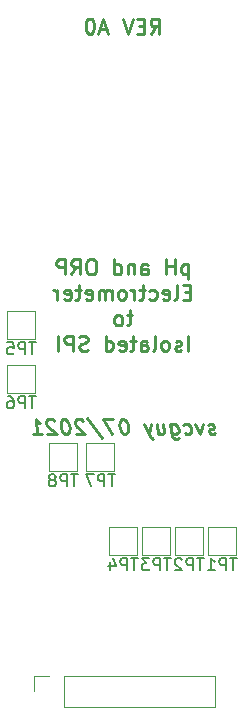
<source format=gbr>
%TF.GenerationSoftware,KiCad,Pcbnew,(5.1.10)-1*%
%TF.CreationDate,2021-07-01T21:18:45-05:00*%
%TF.ProjectId,orpMeter,6f72704d-6574-4657-922e-6b696361645f,A0*%
%TF.SameCoordinates,Original*%
%TF.FileFunction,Legend,Bot*%
%TF.FilePolarity,Positive*%
%FSLAX46Y46*%
G04 Gerber Fmt 4.6, Leading zero omitted, Abs format (unit mm)*
G04 Created by KiCad (PCBNEW (5.1.10)-1) date 2021-07-01 21:18:45*
%MOMM*%
%LPD*%
G01*
G04 APERTURE LIST*
%ADD10C,0.254000*%
%ADD11C,0.120000*%
%ADD12C,0.150000*%
G04 APERTURE END LIST*
D10*
X143836571Y-89093523D02*
X144259904Y-88488761D01*
X144562285Y-89093523D02*
X144562285Y-87823523D01*
X144078476Y-87823523D01*
X143957523Y-87884000D01*
X143897047Y-87944476D01*
X143836571Y-88065428D01*
X143836571Y-88246857D01*
X143897047Y-88367809D01*
X143957523Y-88428285D01*
X144078476Y-88488761D01*
X144562285Y-88488761D01*
X143292285Y-88428285D02*
X142868952Y-88428285D01*
X142687523Y-89093523D02*
X143292285Y-89093523D01*
X143292285Y-87823523D01*
X142687523Y-87823523D01*
X142324666Y-87823523D02*
X141901333Y-89093523D01*
X141478000Y-87823523D01*
X140147523Y-88730666D02*
X139542761Y-88730666D01*
X140268476Y-89093523D02*
X139845142Y-87823523D01*
X139421809Y-89093523D01*
X138756571Y-87823523D02*
X138635619Y-87823523D01*
X138514666Y-87884000D01*
X138454190Y-87944476D01*
X138393714Y-88065428D01*
X138333238Y-88307333D01*
X138333238Y-88609714D01*
X138393714Y-88851619D01*
X138454190Y-88972571D01*
X138514666Y-89033047D01*
X138635619Y-89093523D01*
X138756571Y-89093523D01*
X138877523Y-89033047D01*
X138938000Y-88972571D01*
X138998476Y-88851619D01*
X139058952Y-88609714D01*
X139058952Y-88307333D01*
X138998476Y-88065428D01*
X138938000Y-87944476D01*
X138877523Y-87884000D01*
X138756571Y-87823523D01*
X149313295Y-122942047D02*
X149199902Y-123002523D01*
X148957997Y-123002523D01*
X148829485Y-122942047D01*
X148753890Y-122821095D01*
X148746330Y-122760619D01*
X148791688Y-122639666D01*
X148905080Y-122579190D01*
X149086509Y-122579190D01*
X149199902Y-122518714D01*
X149245259Y-122397761D01*
X149237700Y-122337285D01*
X149162104Y-122216333D01*
X149033592Y-122155857D01*
X148852164Y-122155857D01*
X148738771Y-122216333D01*
X148247402Y-122155857D02*
X148050854Y-123002523D01*
X147642640Y-122155857D01*
X146712819Y-122942047D02*
X146841330Y-123002523D01*
X147083235Y-123002523D01*
X147196628Y-122942047D01*
X147249545Y-122881571D01*
X147294902Y-122760619D01*
X147249545Y-122397761D01*
X147173950Y-122276809D01*
X147105914Y-122216333D01*
X146977402Y-122155857D01*
X146735497Y-122155857D01*
X146622104Y-122216333D01*
X145525973Y-122155857D02*
X145654485Y-123183952D01*
X145730080Y-123304904D01*
X145798116Y-123365380D01*
X145926628Y-123425857D01*
X146108057Y-123425857D01*
X146221450Y-123365380D01*
X145624247Y-122942047D02*
X145752759Y-123002523D01*
X145994664Y-123002523D01*
X146108057Y-122942047D01*
X146160973Y-122881571D01*
X146206330Y-122760619D01*
X146160973Y-122397761D01*
X146085378Y-122276809D01*
X146017342Y-122216333D01*
X145888830Y-122155857D01*
X145646926Y-122155857D01*
X145533533Y-122216333D01*
X144376926Y-122155857D02*
X144482759Y-123002523D01*
X144921211Y-122155857D02*
X145004366Y-122821095D01*
X144959009Y-122942047D01*
X144845616Y-123002523D01*
X144664188Y-123002523D01*
X144535676Y-122942047D01*
X144467640Y-122881571D01*
X143893116Y-122155857D02*
X143696569Y-123002523D01*
X143288354Y-122155857D02*
X143696569Y-123002523D01*
X143855319Y-123304904D01*
X143923354Y-123365380D01*
X144051866Y-123425857D01*
X141542104Y-121732523D02*
X141421152Y-121732523D01*
X141307759Y-121793000D01*
X141254842Y-121853476D01*
X141209485Y-121974428D01*
X141179247Y-122216333D01*
X141217045Y-122518714D01*
X141307759Y-122760619D01*
X141383354Y-122881571D01*
X141451390Y-122942047D01*
X141579902Y-123002523D01*
X141700854Y-123002523D01*
X141814247Y-122942047D01*
X141867164Y-122881571D01*
X141912521Y-122760619D01*
X141942759Y-122518714D01*
X141904961Y-122216333D01*
X141814247Y-121974428D01*
X141738652Y-121853476D01*
X141670616Y-121793000D01*
X141542104Y-121732523D01*
X140695438Y-121732523D02*
X139848771Y-121732523D01*
X140551807Y-123002523D01*
X138450259Y-121672047D02*
X139742938Y-123304904D01*
X138110080Y-121853476D02*
X138042045Y-121793000D01*
X137913533Y-121732523D01*
X137611152Y-121732523D01*
X137497759Y-121793000D01*
X137444842Y-121853476D01*
X137399485Y-121974428D01*
X137414604Y-122095380D01*
X137497759Y-122276809D01*
X138314188Y-123002523D01*
X137527997Y-123002523D01*
X136583057Y-121732523D02*
X136462104Y-121732523D01*
X136348711Y-121793000D01*
X136295795Y-121853476D01*
X136250438Y-121974428D01*
X136220200Y-122216333D01*
X136257997Y-122518714D01*
X136348711Y-122760619D01*
X136424307Y-122881571D01*
X136492342Y-122942047D01*
X136620854Y-123002523D01*
X136741807Y-123002523D01*
X136855200Y-122942047D01*
X136908116Y-122881571D01*
X136953473Y-122760619D01*
X136983711Y-122518714D01*
X136945914Y-122216333D01*
X136855200Y-121974428D01*
X136779604Y-121853476D01*
X136711569Y-121793000D01*
X136583057Y-121732523D01*
X135691033Y-121853476D02*
X135622997Y-121793000D01*
X135494485Y-121732523D01*
X135192104Y-121732523D01*
X135078711Y-121793000D01*
X135025795Y-121853476D01*
X134980438Y-121974428D01*
X134995557Y-122095380D01*
X135078711Y-122276809D01*
X135895140Y-123002523D01*
X135108950Y-123002523D01*
X133899426Y-123002523D02*
X134625140Y-123002523D01*
X134262283Y-123002523D02*
X134103533Y-121732523D01*
X134247164Y-121913952D01*
X134383235Y-122034904D01*
X134511747Y-122095380D01*
X147041809Y-108630357D02*
X147041809Y-109900357D01*
X147041809Y-108690833D02*
X146920857Y-108630357D01*
X146678952Y-108630357D01*
X146558000Y-108690833D01*
X146497523Y-108751309D01*
X146437047Y-108872261D01*
X146437047Y-109235119D01*
X146497523Y-109356071D01*
X146558000Y-109416547D01*
X146678952Y-109477023D01*
X146920857Y-109477023D01*
X147041809Y-109416547D01*
X145892761Y-109477023D02*
X145892761Y-108207023D01*
X145892761Y-108811785D02*
X145167047Y-108811785D01*
X145167047Y-109477023D02*
X145167047Y-108207023D01*
X143050380Y-109477023D02*
X143050380Y-108811785D01*
X143110857Y-108690833D01*
X143231809Y-108630357D01*
X143473714Y-108630357D01*
X143594666Y-108690833D01*
X143050380Y-109416547D02*
X143171333Y-109477023D01*
X143473714Y-109477023D01*
X143594666Y-109416547D01*
X143655142Y-109295595D01*
X143655142Y-109174642D01*
X143594666Y-109053690D01*
X143473714Y-108993214D01*
X143171333Y-108993214D01*
X143050380Y-108932738D01*
X142445619Y-108630357D02*
X142445619Y-109477023D01*
X142445619Y-108751309D02*
X142385142Y-108690833D01*
X142264190Y-108630357D01*
X142082761Y-108630357D01*
X141961809Y-108690833D01*
X141901333Y-108811785D01*
X141901333Y-109477023D01*
X140752285Y-109477023D02*
X140752285Y-108207023D01*
X140752285Y-109416547D02*
X140873238Y-109477023D01*
X141115142Y-109477023D01*
X141236095Y-109416547D01*
X141296571Y-109356071D01*
X141357047Y-109235119D01*
X141357047Y-108872261D01*
X141296571Y-108751309D01*
X141236095Y-108690833D01*
X141115142Y-108630357D01*
X140873238Y-108630357D01*
X140752285Y-108690833D01*
X138938000Y-108207023D02*
X138696095Y-108207023D01*
X138575142Y-108267500D01*
X138454190Y-108388452D01*
X138393714Y-108630357D01*
X138393714Y-109053690D01*
X138454190Y-109295595D01*
X138575142Y-109416547D01*
X138696095Y-109477023D01*
X138938000Y-109477023D01*
X139058952Y-109416547D01*
X139179904Y-109295595D01*
X139240380Y-109053690D01*
X139240380Y-108630357D01*
X139179904Y-108388452D01*
X139058952Y-108267500D01*
X138938000Y-108207023D01*
X137123714Y-109477023D02*
X137547047Y-108872261D01*
X137849428Y-109477023D02*
X137849428Y-108207023D01*
X137365619Y-108207023D01*
X137244666Y-108267500D01*
X137184190Y-108327976D01*
X137123714Y-108448928D01*
X137123714Y-108630357D01*
X137184190Y-108751309D01*
X137244666Y-108811785D01*
X137365619Y-108872261D01*
X137849428Y-108872261D01*
X136579428Y-109477023D02*
X136579428Y-108207023D01*
X136095619Y-108207023D01*
X135974666Y-108267500D01*
X135914190Y-108327976D01*
X135853714Y-108448928D01*
X135853714Y-108630357D01*
X135914190Y-108751309D01*
X135974666Y-108811785D01*
X136095619Y-108872261D01*
X136579428Y-108872261D01*
X147193000Y-110970785D02*
X146769666Y-110970785D01*
X146588238Y-111636023D02*
X147193000Y-111636023D01*
X147193000Y-110366023D01*
X146588238Y-110366023D01*
X145862523Y-111636023D02*
X145983476Y-111575547D01*
X146043952Y-111454595D01*
X146043952Y-110366023D01*
X144894904Y-111575547D02*
X145015857Y-111636023D01*
X145257761Y-111636023D01*
X145378714Y-111575547D01*
X145439190Y-111454595D01*
X145439190Y-110970785D01*
X145378714Y-110849833D01*
X145257761Y-110789357D01*
X145015857Y-110789357D01*
X144894904Y-110849833D01*
X144834428Y-110970785D01*
X144834428Y-111091738D01*
X145439190Y-111212690D01*
X143745857Y-111575547D02*
X143866809Y-111636023D01*
X144108714Y-111636023D01*
X144229666Y-111575547D01*
X144290142Y-111515071D01*
X144350619Y-111394119D01*
X144350619Y-111031261D01*
X144290142Y-110910309D01*
X144229666Y-110849833D01*
X144108714Y-110789357D01*
X143866809Y-110789357D01*
X143745857Y-110849833D01*
X143383000Y-110789357D02*
X142899190Y-110789357D01*
X143201571Y-110366023D02*
X143201571Y-111454595D01*
X143141095Y-111575547D01*
X143020142Y-111636023D01*
X142899190Y-111636023D01*
X142475857Y-111636023D02*
X142475857Y-110789357D01*
X142475857Y-111031261D02*
X142415380Y-110910309D01*
X142354904Y-110849833D01*
X142233952Y-110789357D01*
X142113000Y-110789357D01*
X141508238Y-111636023D02*
X141629190Y-111575547D01*
X141689666Y-111515071D01*
X141750142Y-111394119D01*
X141750142Y-111031261D01*
X141689666Y-110910309D01*
X141629190Y-110849833D01*
X141508238Y-110789357D01*
X141326809Y-110789357D01*
X141205857Y-110849833D01*
X141145380Y-110910309D01*
X141084904Y-111031261D01*
X141084904Y-111394119D01*
X141145380Y-111515071D01*
X141205857Y-111575547D01*
X141326809Y-111636023D01*
X141508238Y-111636023D01*
X140540619Y-111636023D02*
X140540619Y-110789357D01*
X140540619Y-110910309D02*
X140480142Y-110849833D01*
X140359190Y-110789357D01*
X140177761Y-110789357D01*
X140056809Y-110849833D01*
X139996333Y-110970785D01*
X139996333Y-111636023D01*
X139996333Y-110970785D02*
X139935857Y-110849833D01*
X139814904Y-110789357D01*
X139633476Y-110789357D01*
X139512523Y-110849833D01*
X139452047Y-110970785D01*
X139452047Y-111636023D01*
X138363476Y-111575547D02*
X138484428Y-111636023D01*
X138726333Y-111636023D01*
X138847285Y-111575547D01*
X138907761Y-111454595D01*
X138907761Y-110970785D01*
X138847285Y-110849833D01*
X138726333Y-110789357D01*
X138484428Y-110789357D01*
X138363476Y-110849833D01*
X138303000Y-110970785D01*
X138303000Y-111091738D01*
X138907761Y-111212690D01*
X137940142Y-110789357D02*
X137456333Y-110789357D01*
X137758714Y-110366023D02*
X137758714Y-111454595D01*
X137698238Y-111575547D01*
X137577285Y-111636023D01*
X137456333Y-111636023D01*
X136549190Y-111575547D02*
X136670142Y-111636023D01*
X136912047Y-111636023D01*
X137033000Y-111575547D01*
X137093476Y-111454595D01*
X137093476Y-110970785D01*
X137033000Y-110849833D01*
X136912047Y-110789357D01*
X136670142Y-110789357D01*
X136549190Y-110849833D01*
X136488714Y-110970785D01*
X136488714Y-111091738D01*
X137093476Y-111212690D01*
X135944428Y-111636023D02*
X135944428Y-110789357D01*
X135944428Y-111031261D02*
X135883952Y-110910309D01*
X135823476Y-110849833D01*
X135702523Y-110789357D01*
X135581571Y-110789357D01*
X142294428Y-112948357D02*
X141810619Y-112948357D01*
X142113000Y-112525023D02*
X142113000Y-113613595D01*
X142052523Y-113734547D01*
X141931571Y-113795023D01*
X141810619Y-113795023D01*
X141205857Y-113795023D02*
X141326809Y-113734547D01*
X141387285Y-113674071D01*
X141447761Y-113553119D01*
X141447761Y-113190261D01*
X141387285Y-113069309D01*
X141326809Y-113008833D01*
X141205857Y-112948357D01*
X141024428Y-112948357D01*
X140903476Y-113008833D01*
X140843000Y-113069309D01*
X140782523Y-113190261D01*
X140782523Y-113553119D01*
X140843000Y-113674071D01*
X140903476Y-113734547D01*
X141024428Y-113795023D01*
X141205857Y-113795023D01*
X146981333Y-115954023D02*
X146981333Y-114684023D01*
X146437047Y-115893547D02*
X146316095Y-115954023D01*
X146074190Y-115954023D01*
X145953238Y-115893547D01*
X145892761Y-115772595D01*
X145892761Y-115712119D01*
X145953238Y-115591166D01*
X146074190Y-115530690D01*
X146255619Y-115530690D01*
X146376571Y-115470214D01*
X146437047Y-115349261D01*
X146437047Y-115288785D01*
X146376571Y-115167833D01*
X146255619Y-115107357D01*
X146074190Y-115107357D01*
X145953238Y-115167833D01*
X145167047Y-115954023D02*
X145287999Y-115893547D01*
X145348476Y-115833071D01*
X145408952Y-115712119D01*
X145408952Y-115349261D01*
X145348476Y-115228309D01*
X145287999Y-115167833D01*
X145167047Y-115107357D01*
X144985619Y-115107357D01*
X144864666Y-115167833D01*
X144804190Y-115228309D01*
X144743714Y-115349261D01*
X144743714Y-115712119D01*
X144804190Y-115833071D01*
X144864666Y-115893547D01*
X144985619Y-115954023D01*
X145167047Y-115954023D01*
X144017999Y-115954023D02*
X144138952Y-115893547D01*
X144199428Y-115772595D01*
X144199428Y-114684023D01*
X142989904Y-115954023D02*
X142989904Y-115288785D01*
X143050380Y-115167833D01*
X143171333Y-115107357D01*
X143413238Y-115107357D01*
X143534190Y-115167833D01*
X142989904Y-115893547D02*
X143110857Y-115954023D01*
X143413238Y-115954023D01*
X143534190Y-115893547D01*
X143594666Y-115772595D01*
X143594666Y-115651642D01*
X143534190Y-115530690D01*
X143413238Y-115470214D01*
X143110857Y-115470214D01*
X142989904Y-115409738D01*
X142566571Y-115107357D02*
X142082761Y-115107357D01*
X142385142Y-114684023D02*
X142385142Y-115772595D01*
X142324666Y-115893547D01*
X142203714Y-115954023D01*
X142082761Y-115954023D01*
X141175619Y-115893547D02*
X141296571Y-115954023D01*
X141538476Y-115954023D01*
X141659428Y-115893547D01*
X141719904Y-115772595D01*
X141719904Y-115288785D01*
X141659428Y-115167833D01*
X141538476Y-115107357D01*
X141296571Y-115107357D01*
X141175619Y-115167833D01*
X141115142Y-115288785D01*
X141115142Y-115409738D01*
X141719904Y-115530690D01*
X140026571Y-115954023D02*
X140026571Y-114684023D01*
X140026571Y-115893547D02*
X140147523Y-115954023D01*
X140389428Y-115954023D01*
X140510380Y-115893547D01*
X140570857Y-115833071D01*
X140631333Y-115712119D01*
X140631333Y-115349261D01*
X140570857Y-115228309D01*
X140510380Y-115167833D01*
X140389428Y-115107357D01*
X140147523Y-115107357D01*
X140026571Y-115167833D01*
X138514666Y-115893547D02*
X138333238Y-115954023D01*
X138030857Y-115954023D01*
X137909904Y-115893547D01*
X137849428Y-115833071D01*
X137788952Y-115712119D01*
X137788952Y-115591166D01*
X137849428Y-115470214D01*
X137909904Y-115409738D01*
X138030857Y-115349261D01*
X138272761Y-115288785D01*
X138393714Y-115228309D01*
X138454190Y-115167833D01*
X138514666Y-115046880D01*
X138514666Y-114925928D01*
X138454190Y-114804976D01*
X138393714Y-114744500D01*
X138272761Y-114684023D01*
X137970380Y-114684023D01*
X137788952Y-114744500D01*
X137244666Y-115954023D02*
X137244666Y-114684023D01*
X136760857Y-114684023D01*
X136639904Y-114744500D01*
X136579428Y-114804976D01*
X136518952Y-114925928D01*
X136518952Y-115107357D01*
X136579428Y-115228309D01*
X136639904Y-115288785D01*
X136760857Y-115349261D01*
X137244666Y-115349261D01*
X135974666Y-115954023D02*
X135974666Y-114684023D01*
D11*
%TO.C,TP1*%
X148660000Y-130880000D02*
X148660000Y-133280000D01*
X151060000Y-130880000D02*
X148660000Y-130880000D01*
X151060000Y-133280000D02*
X151060000Y-130880000D01*
X148660000Y-133280000D02*
X151060000Y-133280000D01*
%TO.C,TP2*%
X145866000Y-133280000D02*
X148266000Y-133280000D01*
X148266000Y-133280000D02*
X148266000Y-130880000D01*
X148266000Y-130880000D02*
X145866000Y-130880000D01*
X145866000Y-130880000D02*
X145866000Y-133280000D01*
%TO.C,TP3*%
X143072000Y-130880000D02*
X143072000Y-133280000D01*
X145472000Y-130880000D02*
X143072000Y-130880000D01*
X145472000Y-133280000D02*
X145472000Y-130880000D01*
X143072000Y-133280000D02*
X145472000Y-133280000D01*
%TO.C,TP4*%
X140278000Y-130880000D02*
X140278000Y-133280000D01*
X142678000Y-130880000D02*
X140278000Y-130880000D01*
X142678000Y-133280000D02*
X142678000Y-130880000D01*
X140278000Y-133280000D02*
X142678000Y-133280000D01*
%TO.C,TP5*%
X131642000Y-112592000D02*
X131642000Y-114992000D01*
X134042000Y-112592000D02*
X131642000Y-112592000D01*
X134042000Y-114992000D02*
X134042000Y-112592000D01*
X131642000Y-114992000D02*
X134042000Y-114992000D01*
%TO.C,TP6*%
X131642000Y-119564000D02*
X134042000Y-119564000D01*
X134042000Y-119564000D02*
X134042000Y-117164000D01*
X134042000Y-117164000D02*
X131642000Y-117164000D01*
X131642000Y-117164000D02*
X131642000Y-119564000D01*
%TO.C,TP7*%
X138373000Y-126168000D02*
X140773000Y-126168000D01*
X140773000Y-126168000D02*
X140773000Y-123768000D01*
X140773000Y-123768000D02*
X138373000Y-123768000D01*
X138373000Y-123768000D02*
X138373000Y-126168000D01*
%TO.C,TP8*%
X135198000Y-126168000D02*
X137598000Y-126168000D01*
X137598000Y-126168000D02*
X137598000Y-123768000D01*
X137598000Y-123768000D02*
X135198000Y-123768000D01*
X135198000Y-123768000D02*
X135198000Y-126168000D01*
%TO.C,J2*%
X149310400Y-143450000D02*
X149310400Y-146110000D01*
X136550400Y-143450000D02*
X149310400Y-143450000D01*
X136550400Y-146110000D02*
X149310400Y-146110000D01*
X136550400Y-143450000D02*
X136550400Y-146110000D01*
X135280400Y-143450000D02*
X133950400Y-143450000D01*
X133950400Y-143450000D02*
X133950400Y-144780000D01*
%TO.C,TP1*%
D12*
X151121904Y-133530380D02*
X150550476Y-133530380D01*
X150836190Y-134530380D02*
X150836190Y-133530380D01*
X150217142Y-134530380D02*
X150217142Y-133530380D01*
X149836190Y-133530380D01*
X149740952Y-133578000D01*
X149693333Y-133625619D01*
X149645714Y-133720857D01*
X149645714Y-133863714D01*
X149693333Y-133958952D01*
X149740952Y-134006571D01*
X149836190Y-134054190D01*
X150217142Y-134054190D01*
X148693333Y-134530380D02*
X149264761Y-134530380D01*
X148979047Y-134530380D02*
X148979047Y-133530380D01*
X149074285Y-133673238D01*
X149169523Y-133768476D01*
X149264761Y-133816095D01*
%TO.C,TP2*%
X148327904Y-133530380D02*
X147756476Y-133530380D01*
X148042190Y-134530380D02*
X148042190Y-133530380D01*
X147423142Y-134530380D02*
X147423142Y-133530380D01*
X147042190Y-133530380D01*
X146946952Y-133578000D01*
X146899333Y-133625619D01*
X146851714Y-133720857D01*
X146851714Y-133863714D01*
X146899333Y-133958952D01*
X146946952Y-134006571D01*
X147042190Y-134054190D01*
X147423142Y-134054190D01*
X146470761Y-133625619D02*
X146423142Y-133578000D01*
X146327904Y-133530380D01*
X146089809Y-133530380D01*
X145994571Y-133578000D01*
X145946952Y-133625619D01*
X145899333Y-133720857D01*
X145899333Y-133816095D01*
X145946952Y-133958952D01*
X146518380Y-134530380D01*
X145899333Y-134530380D01*
%TO.C,TP3*%
X145533904Y-133530380D02*
X144962476Y-133530380D01*
X145248190Y-134530380D02*
X145248190Y-133530380D01*
X144629142Y-134530380D02*
X144629142Y-133530380D01*
X144248190Y-133530380D01*
X144152952Y-133578000D01*
X144105333Y-133625619D01*
X144057714Y-133720857D01*
X144057714Y-133863714D01*
X144105333Y-133958952D01*
X144152952Y-134006571D01*
X144248190Y-134054190D01*
X144629142Y-134054190D01*
X143724380Y-133530380D02*
X143105333Y-133530380D01*
X143438666Y-133911333D01*
X143295809Y-133911333D01*
X143200571Y-133958952D01*
X143152952Y-134006571D01*
X143105333Y-134101809D01*
X143105333Y-134339904D01*
X143152952Y-134435142D01*
X143200571Y-134482761D01*
X143295809Y-134530380D01*
X143581523Y-134530380D01*
X143676761Y-134482761D01*
X143724380Y-134435142D01*
%TO.C,TP4*%
X142739904Y-133530380D02*
X142168476Y-133530380D01*
X142454190Y-134530380D02*
X142454190Y-133530380D01*
X141835142Y-134530380D02*
X141835142Y-133530380D01*
X141454190Y-133530380D01*
X141358952Y-133578000D01*
X141311333Y-133625619D01*
X141263714Y-133720857D01*
X141263714Y-133863714D01*
X141311333Y-133958952D01*
X141358952Y-134006571D01*
X141454190Y-134054190D01*
X141835142Y-134054190D01*
X140406571Y-133863714D02*
X140406571Y-134530380D01*
X140644666Y-133482761D02*
X140882761Y-134197047D01*
X140263714Y-134197047D01*
%TO.C,TP5*%
X134103904Y-115242380D02*
X133532476Y-115242380D01*
X133818190Y-116242380D02*
X133818190Y-115242380D01*
X133199142Y-116242380D02*
X133199142Y-115242380D01*
X132818190Y-115242380D01*
X132722952Y-115290000D01*
X132675333Y-115337619D01*
X132627714Y-115432857D01*
X132627714Y-115575714D01*
X132675333Y-115670952D01*
X132722952Y-115718571D01*
X132818190Y-115766190D01*
X133199142Y-115766190D01*
X131722952Y-115242380D02*
X132199142Y-115242380D01*
X132246761Y-115718571D01*
X132199142Y-115670952D01*
X132103904Y-115623333D01*
X131865809Y-115623333D01*
X131770571Y-115670952D01*
X131722952Y-115718571D01*
X131675333Y-115813809D01*
X131675333Y-116051904D01*
X131722952Y-116147142D01*
X131770571Y-116194761D01*
X131865809Y-116242380D01*
X132103904Y-116242380D01*
X132199142Y-116194761D01*
X132246761Y-116147142D01*
%TO.C,TP6*%
X134103904Y-119814380D02*
X133532476Y-119814380D01*
X133818190Y-120814380D02*
X133818190Y-119814380D01*
X133199142Y-120814380D02*
X133199142Y-119814380D01*
X132818190Y-119814380D01*
X132722952Y-119862000D01*
X132675333Y-119909619D01*
X132627714Y-120004857D01*
X132627714Y-120147714D01*
X132675333Y-120242952D01*
X132722952Y-120290571D01*
X132818190Y-120338190D01*
X133199142Y-120338190D01*
X131770571Y-119814380D02*
X131961047Y-119814380D01*
X132056285Y-119862000D01*
X132103904Y-119909619D01*
X132199142Y-120052476D01*
X132246761Y-120242952D01*
X132246761Y-120623904D01*
X132199142Y-120719142D01*
X132151523Y-120766761D01*
X132056285Y-120814380D01*
X131865809Y-120814380D01*
X131770571Y-120766761D01*
X131722952Y-120719142D01*
X131675333Y-120623904D01*
X131675333Y-120385809D01*
X131722952Y-120290571D01*
X131770571Y-120242952D01*
X131865809Y-120195333D01*
X132056285Y-120195333D01*
X132151523Y-120242952D01*
X132199142Y-120290571D01*
X132246761Y-120385809D01*
%TO.C,TP7*%
X140834904Y-126418380D02*
X140263476Y-126418380D01*
X140549190Y-127418380D02*
X140549190Y-126418380D01*
X139930142Y-127418380D02*
X139930142Y-126418380D01*
X139549190Y-126418380D01*
X139453952Y-126466000D01*
X139406333Y-126513619D01*
X139358714Y-126608857D01*
X139358714Y-126751714D01*
X139406333Y-126846952D01*
X139453952Y-126894571D01*
X139549190Y-126942190D01*
X139930142Y-126942190D01*
X139025380Y-126418380D02*
X138358714Y-126418380D01*
X138787285Y-127418380D01*
%TO.C,TP8*%
X137659904Y-126418380D02*
X137088476Y-126418380D01*
X137374190Y-127418380D02*
X137374190Y-126418380D01*
X136755142Y-127418380D02*
X136755142Y-126418380D01*
X136374190Y-126418380D01*
X136278952Y-126466000D01*
X136231333Y-126513619D01*
X136183714Y-126608857D01*
X136183714Y-126751714D01*
X136231333Y-126846952D01*
X136278952Y-126894571D01*
X136374190Y-126942190D01*
X136755142Y-126942190D01*
X135612285Y-126846952D02*
X135707523Y-126799333D01*
X135755142Y-126751714D01*
X135802761Y-126656476D01*
X135802761Y-126608857D01*
X135755142Y-126513619D01*
X135707523Y-126466000D01*
X135612285Y-126418380D01*
X135421809Y-126418380D01*
X135326571Y-126466000D01*
X135278952Y-126513619D01*
X135231333Y-126608857D01*
X135231333Y-126656476D01*
X135278952Y-126751714D01*
X135326571Y-126799333D01*
X135421809Y-126846952D01*
X135612285Y-126846952D01*
X135707523Y-126894571D01*
X135755142Y-126942190D01*
X135802761Y-127037428D01*
X135802761Y-127227904D01*
X135755142Y-127323142D01*
X135707523Y-127370761D01*
X135612285Y-127418380D01*
X135421809Y-127418380D01*
X135326571Y-127370761D01*
X135278952Y-127323142D01*
X135231333Y-127227904D01*
X135231333Y-127037428D01*
X135278952Y-126942190D01*
X135326571Y-126894571D01*
X135421809Y-126846952D01*
%TD*%
M02*

</source>
